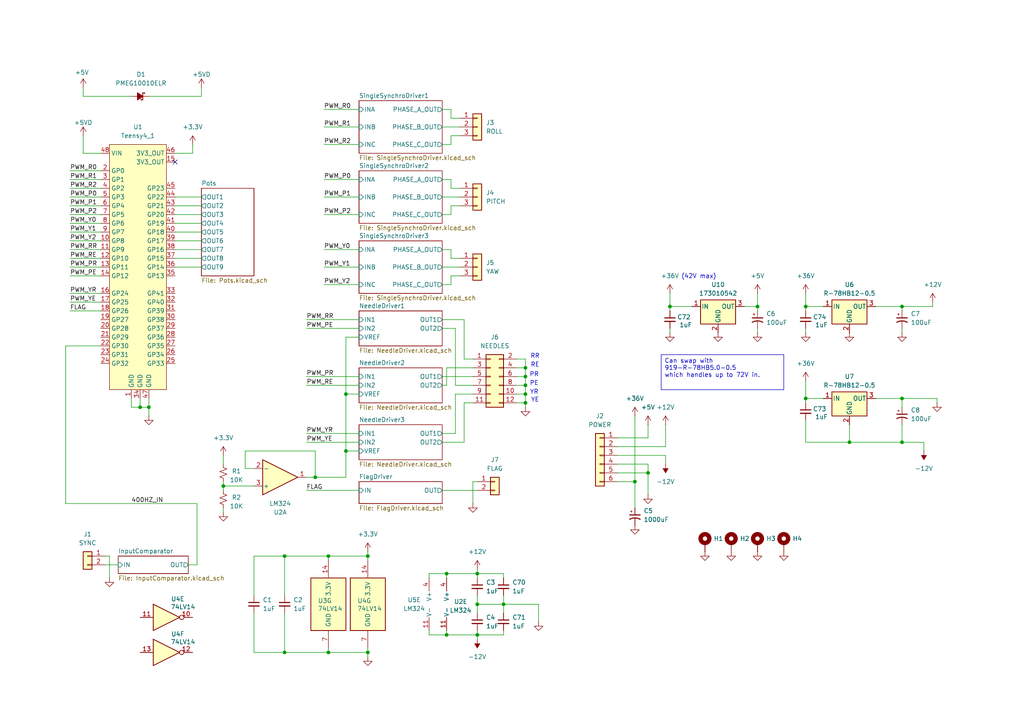
<source format=kicad_sch>
(kicad_sch (version 20250114) (generator "eeschema") (generator_version "9.0")
  (paper "A4")
  (lib_symbols
    (symbol "74xx:74LV14" (pin_names (offset 1.016))
      (property "Reference" "U" (at 0 1.27 0))
      (property "Value" "74LV14" (at 0 -1.27 0))
      (symbol "74LV14_1_0"
        (pin input line (at -7.62 0 0) (length 3.81) (name "~") (number "1"))
        (pin output inverted (at 7.62 0 180) (length 3.81) (name "~") (number "2"))
      )
      (symbol "74LV14_2_0"
        (pin input line (at -7.62 0 0) (length 3.81) (name "~") (number "3"))
        (pin output inverted (at 7.62 0 180) (length 3.81) (name "~") (number "4"))
      )
      (symbol "74LV14_3_0"
        (pin input line (at -7.62 0 0) (length 3.81) (name "~") (number "5"))
        (pin output inverted (at 7.62 0 180) (length 3.81) (name "~") (number "6"))
      )
      (symbol "74LV14_4_0"
        (pin input line (at -7.62 0 0) (length 3.81) (name "~") (number "9"))
        (pin output inverted (at 7.62 0 180) (length 3.81) (name "~") (number "8"))
      )
      (symbol "74LV14_5_0"
        (pin input line (at -7.62 0 0) (length 3.81) (name "~") (number "11"))
        (pin output inverted (at 7.62 0 180) (length 3.81) (name "~") (number "10"))
      )
      (symbol "74LV14_6_0"
        (pin input line (at -7.62 0 0) (length 3.81) (name "~") (number "13"))
        (pin output inverted (at 7.62 0 180) (length 3.81) (name "~") (number "12"))
      )
      (symbol "74LV14_7_0"
        (pin power_in line (at 0 12.7 270) (length 5.08) (name "3.3V") (number "14"))
        (pin power_in line (at 0 -12.7 90) (length 5.08) (name "GND") (number "7"))
      )
    )
    (symbol "Amplifier_Operational:LM324" (pin_names (offset 0.127))
      (property "Reference" "U" (at 0 5.08 0))
      (property "Value" "LM324" (at 0 -5.08 0))
      (symbol "LM324_1_1"
        (pin input line (at -7.62 2.54 0) (length 2.54) (name "+") (number "3"))
        (pin input line (at -7.62 -2.54 0) (length 2.54) (name "-") (number "2"))
        (pin output line (at 7.62 0 180) (length 2.54) (name "~") (number "1"))
      )
      (symbol "LM324_2_1"
        (pin input line (at -7.62 2.54 0) (length 2.54) (name "+") (number "5"))
        (pin input line (at -7.62 -2.54 0) (length 2.54) (name "-") (number "6"))
        (pin output line (at 7.62 0 180) (length 2.54) (name "~") (number "7"))
      )
      (symbol "LM324_3_1"
        (pin input line (at -7.62 2.54 0) (length 2.54) (name "+") (number "10"))
        (pin input line (at -7.62 -2.54 0) (length 2.54) (name "-") (number "9"))
        (pin output line (at 7.62 0 180) (length 2.54) (name "~") (number "8"))
      )
      (symbol "LM324_4_1"
        (pin input line (at -7.62 2.54 0) (length 2.54) (name "+") (number "12"))
        (pin input line (at -7.62 -2.54 0) (length 2.54) (name "-") (number "13"))
        (pin output line (at 7.62 0 180) (length 2.54) (name "~") (number "14"))
      )
      (symbol "LM324_5_1"
        (pin power_in line (at -2.54 7.62 270) (length 3.81) (name "V+") (number "4"))
        (pin power_in line (at -2.54 -7.62 90) (length 3.81) (name "V-") (number "11"))
      )
    )
    (symbol "Connector_Generic:Conn_01x02" (pin_names (offset 1.016) (hide yes))
      (property "Reference" "J" (at 0 2.54 0))
      (property "Value" "Conn_01x02" (at 0 -5.08 0))
      (symbol "Conn_01x02_1_1"
        (pin passive line (at -5.08 0 0) (length 3.81) (name "Pin_1") (number "1"))
        (pin passive line (at -5.08 -2.54 0) (length 3.81) (name "Pin_2") (number "2"))
      )
    )
    (symbol "Connector_Generic:Conn_01x03" (pin_names (offset 1.016) (hide yes))
      (property "Reference" "J" (at 0 5.08 0))
      (property "Value" "Conn_01x03" (at 0 -5.08 0))
      (symbol "Conn_01x03_1_1"
        (pin passive line (at -5.08 2.54 0) (length 3.81) (name "Pin_1") (number "1"))
        (pin passive line (at -5.08 0 0) (length 3.81) (name "Pin_2") (number "2"))
        (pin passive line (at -5.08 -2.54 0) (length 3.81) (name "Pin_3") (number "3"))
      )
    )
    (symbol "Connector_Generic:Conn_01x06" (pin_names (offset 1.016) (hide yes))
      (property "Reference" "J" (at 0 7.62 0))
      (property "Value" "Conn_01x06" (at 0 -10.16 0))
      (symbol "Conn_01x06_1_1"
        (pin passive line (at -5.08 5.08 0) (length 3.81) (name "Pin_1") (number "1"))
        (pin passive line (at -5.08 2.54 0) (length 3.81) (name "Pin_2") (number "2"))
        (pin passive line (at -5.08 0 0) (length 3.81) (name "Pin_3") (number "3"))
        (pin passive line (at -5.08 -2.54 0) (length 3.81) (name "Pin_4") (number "4"))
        (pin passive line (at -5.08 -5.08 0) (length 3.81) (name "Pin_5") (number "5"))
        (pin passive line (at -5.08 -7.62 0) (length 3.81) (name "Pin_6") (number "6"))
      )
    )
    (symbol "Connector_Generic:Conn_02x06_Odd_Even" (pin_names (offset 1.016) (hide yes))
      (property "Reference" "J" (at 1.27 7.62 0))
      (property "Value" "Conn_02x06_Odd_Even" (at 1.27 -10.16 0))
      (symbol "Conn_02x06_Odd_Even_1_1"
        (pin passive line (at -5.08 5.08 0) (length 3.81) (name "Pin_1") (number "1"))
        (pin passive line (at -5.08 2.54 0) (length 3.81) (name "Pin_3") (number "3"))
        (pin passive line (at -5.08 0 0) (length 3.81) (name "Pin_5") (number "5"))
        (pin passive line (at -5.08 -2.54 0) (length 3.81) (name "Pin_7") (number "7"))
        (pin passive line (at -5.08 -5.08 0) (length 3.81) (name "Pin_9") (number "9"))
        (pin passive line (at -5.08 -7.62 0) (length 3.81) (name "Pin_11") (number "11"))
        (pin passive line (at 7.62 5.08 180) (length 3.81) (name "Pin_2") (number "2"))
        (pin passive line (at 7.62 2.54 180) (length 3.81) (name "Pin_4") (number "4"))
        (pin passive line (at 7.62 0 180) (length 3.81) (name "Pin_6") (number "6"))
        (pin passive line (at 7.62 -2.54 180) (length 3.81) (name "Pin_8") (number "8"))
        (pin passive line (at 7.62 -5.08 180) (length 3.81) (name "Pin_10") (number "10"))
        (pin passive line (at 7.62 -7.62 180) (length 3.81) (name "Pin_12") (number "12"))
      )
    )
    (symbol "Device:C_Polarized_Small_US" (pin_numbers (hide yes)) (pin_names (offset 0.254) (hide yes))
      (property "Reference" "C" (at 0.254 1.778 0))
      (property "Value" "C_Polarized_Small_US" (at 0.254 -2.032 0))
      (symbol "C_Polarized_Small_US_1_1"
        (pin passive line (at 0 2.54 270) (length 2.032) (name "~") (number "1"))
        (pin passive line (at 0 -2.54 90) (length 2.032) (name "~") (number "2"))
      )
    )
    (symbol "Device:C_Small" (pin_numbers (hide yes)) (pin_names (offset 0.254) (hide yes))
      (property "Reference" "C" (at 0.254 1.778 0))
      (property "Value" "C_Small" (at 0.254 -2.032 0))
      (symbol "C_Small_1_1"
        (pin passive line (at 0 2.54 270) (length 2.032) (name "~") (number "1"))
        (pin passive line (at 0 -2.54 90) (length 2.032) (name "~") (number "2"))
      )
    )
    (symbol "Device:D_Schottky_Small_Filled" (pin_numbers (hide yes)) (pin_names (offset 0.254) (hide yes))
      (property "Reference" "D" (at -1.27 2.032 0))
      (property "Value" "D_Schottky_Small_Filled" (at -7.112 -2.032 0))
      (symbol "D_Schottky_Small_Filled_1_1"
        (pin passive line (at -2.54 0 0) (length 1.778) (name "K") (number "1"))
        (pin passive line (at 2.54 0 180) (length 1.778) (name "A") (number "2"))
      )
    )
    (symbol "Device:R_Small_US" (pin_numbers (hide yes)) (pin_names (offset 0.254) (hide yes))
      (property "Reference" "R" (at 0.762 0.508 0))
      (property "Value" "R_Small_US" (at 0.762 -1.016 0))
      (symbol "R_Small_US_1_1"
        (pin passive line (at 0 2.54 270) (length 1.016) (name "~") (number "1"))
        (pin passive line (at 0 -2.54 90) (length 1.016) (name "~") (number "2"))
      )
    )
    (symbol "Mechanical:MountingHole_Pad" (pin_numbers (hide yes)) (pin_names (offset 1.016) (hide yes)) (in_bom no)
      (property "Reference" "H" (at 0 6.35 0))
      (property "Value" "MountingHole_Pad" (at 0 4.445 0))
      (symbol "MountingHole_Pad_1_1"
        (pin input line (at 0 -2.54 90) (length 2.54) (name "1") (number "1"))
      )
    )
    (symbol "Regulator_Linear:L7805" (pin_names (offset 0.254))
      (property "Reference" "U" (at -3.81 3.175 0))
      (property "Value" "L7805" (at 0 3.175 0))
      (symbol "L7805_1_1"
        (pin power_in line (at -7.62 0 0) (length 2.54) (name "IN") (number "1"))
        (pin power_in line (at 0 -7.62 90) (length 2.54) (name "GND") (number "2"))
        (pin power_out line (at 7.62 0 180) (length 2.54) (name "OUT") (number "3"))
      )
    )
    (symbol "logic:Teensy4_1"
      (property "Reference" "U" (at 5.08 3.81 0))
      (property "Value" "Teensy4_1" (at 5.08 1.27 0))
      (symbol "Teensy4_1_1_1"
        (pin power_in line (at -2.54 -2.54 0) (length 2.54) (name "VIN") (number "48"))
        (pin bidirectional line (at -2.54 -7.62 0) (length 2.54) (name "GP0") (number "2"))
        (pin bidirectional line (at -2.54 -10.16 0) (length 2.54) (name "GP1") (number "3"))
        (pin bidirectional line (at -2.54 -12.7 0) (length 2.54) (name "GP2") (number "4"))
        (pin bidirectional line (at -2.54 -15.24 0) (length 2.54) (name "GP3") (number "5"))
        (pin bidirectional line (at -2.54 -17.78 0) (length 2.54) (name "GP4") (number "6"))
        (pin bidirectional line (at -2.54 -20.32 0) (length 2.54) (name "GP5") (number "7"))
        (pin bidirectional line (at -2.54 -22.86 0) (length 2.54) (name "GP6") (number "8"))
        (pin bidirectional line (at -2.54 -25.4 0) (length 2.54) (name "GP7") (number "9"))
        (pin bidirectional line (at -2.54 -27.94 0) (length 2.54) (name "GP8") (number "10"))
        (pin bidirectional line (at -2.54 -30.48 0) (length 2.54) (name "GP9") (number "11"))
        (pin bidirectional line (at -2.54 -33.02 0) (length 2.54) (name "GP10") (number "12"))
        (pin bidirectional line (at -2.54 -35.56 0) (length 2.54) (name "GP11") (number "13"))
        (pin bidirectional line (at -2.54 -38.1 0) (length 2.54) (name "GP12") (number "14"))
        (pin bidirectional line (at -2.54 -43.18 0) (length 2.54) (name "GP24") (number "16"))
        (pin bidirectional line (at -2.54 -45.72 0) (length 2.54) (name "GP25") (number "17"))
        (pin bidirectional line (at -2.54 -48.26 0) (length 2.54) (name "GP26") (number "18"))
        (pin bidirectional line (at -2.54 -50.8 0) (length 2.54) (name "GP27") (number "19"))
        (pin bidirectional line (at -2.54 -53.34 0) (length 2.54) (name "GP28") (number "20"))
        (pin bidirectional line (at -2.54 -55.88 0) (length 2.54) (name "GP29") (number "21"))
        (pin bidirectional line (at -2.54 -58.42 0) (length 2.54) (name "GP30") (number "22"))
        (pin bidirectional line (at -2.54 -60.96 0) (length 2.54) (name "GP31") (number "23"))
        (pin bidirectional line (at -2.54 -63.5 0) (length 2.54) (name "GP32") (number "24"))
        (pin power_in line (at 6.35 -73.66 90) (length 2.54) (name "GND") (number "1"))
        (pin power_in line (at 8.89 -73.66 90) (length 2.54) (name "GND") (number "34"))
        (pin power_in line (at 11.43 -73.66 90) (length 2.54) (name "GND") (number "47"))
        (pin power_out line (at 19.05 -2.54 180) (length 2.54) (name "3V3_OUT") (number "46"))
        (pin power_out line (at 19.05 -5.08 180) (length 2.54) (name "3V3_OUT") (number "15"))
        (pin bidirectional line (at 19.05 -12.7 180) (length 2.54) (name "GP23") (number "45"))
        (pin bidirectional line (at 19.05 -15.24 180) (length 2.54) (name "GP22") (number "44"))
        (pin bidirectional line (at 19.05 -17.78 180) (length 2.54) (name "GP21") (number "43"))
        (pin bidirectional line (at 19.05 -20.32 180) (length 2.54) (name "GP20") (number "42"))
        (pin bidirectional line (at 19.05 -22.86 180) (length 2.54) (name "GP19") (number "41"))
        (pin bidirectional line (at 19.05 -25.4 180) (length 2.54) (name "GP18") (number "40"))
        (pin bidirectional line (at 19.05 -27.94 180) (length 2.54) (name "GP17") (number "39"))
        (pin bidirectional line (at 19.05 -30.48 180) (length 2.54) (name "GP16") (number "38"))
        (pin bidirectional line (at 19.05 -33.02 180) (length 2.54) (name "GP15") (number "37"))
        (pin bidirectional line (at 19.05 -35.56 180) (length 2.54) (name "GP14") (number "36"))
        (pin bidirectional line (at 19.05 -38.1 180) (length 2.54) (name "GP13") (number "35"))
        (pin bidirectional line (at 19.05 -43.18 180) (length 2.54) (name "GP41") (number "33"))
        (pin bidirectional line (at 19.05 -45.72 180) (length 2.54) (name "GP40") (number "32"))
        (pin bidirectional line (at 19.05 -48.26 180) (length 2.54) (name "GP39") (number "31"))
        (pin bidirectional line (at 19.05 -50.8 180) (length 2.54) (name "GP38") (number "30"))
        (pin bidirectional line (at 19.05 -53.34 180) (length 2.54) (name "GP37") (number "29"))
        (pin bidirectional line (at 19.05 -55.88 180) (length 2.54) (name "GP36") (number "28"))
        (pin bidirectional line (at 19.05 -58.42 180) (length 2.54) (name "GP35") (number "27"))
        (pin bidirectional line (at 19.05 -60.96 180) (length 2.54) (name "GP34") (number "26"))
        (pin bidirectional line (at 19.05 -63.5 180) (length 2.54) (name "GP33") (number "25"))
      )
    )
    (symbol "power:+12V" (power) (pin_numbers (hide yes)) (pin_names (offset 0) (hide yes))
      (property "Value" "+12V" (at 0 3.556 0))
      (symbol "+12V_1_1"
        (pin power_in line (at 0 0 90) (length 0) (name "~") (number "1"))
      )
    )
    (symbol "power:+3.3V" (power) (pin_numbers (hide yes)) (pin_names (offset 0) (hide yes))
      (property "Value" "+3.3V" (at 0 3.556 0))
      (symbol "+3.3V_1_1"
        (pin power_in line (at 0 0 90) (length 0) (name "~") (number "1"))
      )
    )
    (symbol "power:+36V" (power) (pin_numbers (hide yes)) (pin_names (offset 0) (hide yes))
      (property "Value" "+36V" (at 0 3.556 0))
      (symbol "+36V_1_1"
        (pin power_in line (at 0 0 90) (length 0) (name "~") (number "1"))
      )
    )
    (symbol "power:+5V" (power) (pin_numbers (hide yes)) (pin_names (offset 0) (hide yes))
      (property "Value" "+5V" (at 0 3.556 0))
      (symbol "+5V_1_1"
        (pin power_in line (at 0 0 90) (length 0) (name "~") (number "1"))
      )
    )
    (symbol "power:+5VD" (power) (pin_names (offset 0))
      (property "Value" "+5VD" (at 0 3.556 0))
      (symbol "+5VD_1_1"
        (pin power_in line (at 0 0 90) (length 0) (hide yes) (name "+5VD") (number "1"))
      )
    )
    (symbol "power:-12V" (power) (pin_numbers (hide yes)) (pin_names (offset 0) (hide yes))
      (property "Value" "-12V" (at 0 3.556 0))
      (symbol "-12V_0_0"
        (pin power_in line (at 0 0 90) (length 0) (name "~") (number "1"))
      )
    )
    (symbol "power:GND" (power) (pin_numbers (hide yes)) (pin_names (offset 0) (hide yes))
      (property "Value" "GND" (at 0 -3.81 0))
      (symbol "GND_1_1"
        (pin power_in line (at 0 0 270) (length 0) (name "~") (number "1"))
      )
    )
  )
  (text "YR" (at 154.94 113.792 0) (effects (font (size 1.27 1.27))))
  (text "RR" (at 155.194 103.378 0) (effects (font (size 1.27 1.27))))
  (text "(42V max)" (at 202.692 80.264 0) (effects (font (size 1.27 1.27))))
  (text "YE" (at 155.194 116.078 0) (effects (font (size 1.27 1.27))))
  (text "PE" (at 154.94 111.252 0) (effects (font (size 1.27 1.27))))
  (text "RE" (at 155.194 105.918 0) (effects (font (size 1.27 1.27))))
  (text "PR" (at 154.94 108.712 0) (effects (font (size 1.27 1.27))))
  (text_box "Can swap with 919-R-78HB5.0-0.5\nwhich handles up to 72V in." (at 191.77 102.87 0) (size 35.56 10.16) (margins 0.9525 0.9525 0.9525 0.9525) (effects (font (size 1.27 1.27)) (justify left top)))
  (junction (at 194.31 88.9))
  (junction (at 82.55 161.29))
  (junction (at 129.54 166.37))
  (junction (at 152.4 114.3))
  (junction (at 138.43 166.37))
  (junction (at 106.68 161.29))
  (junction (at 152.4 111.76))
  (junction (at 91.44 138.43))
  (junction (at 152.4 109.22))
  (junction (at 219.71 88.9))
  (junction (at 100.33 130.81))
  (junction (at 95.25 189.23))
  (junction (at 152.4 106.68))
  (junction (at 146.05 175.26))
  (junction (at 40.64 118.11))
  (junction (at 246.38 128.27))
  (junction (at 261.62 128.27))
  (junction (at 82.55 189.23))
  (junction (at 233.68 88.9))
  (junction (at 233.68 115.57))
  (junction (at 184.15 139.7))
  (junction (at 138.43 184.15))
  (junction (at 261.62 115.57))
  (junction (at 261.62 88.9))
  (junction (at 187.96 137.16))
  (junction (at 129.54 184.15))
  (junction (at 95.25 161.29))
  (junction (at 138.43 175.26))
  (junction (at 43.18 118.11))
  (junction (at 152.4 116.84))
  (junction (at 106.68 189.23))
  (junction (at 100.33 114.3))
  (junction (at 64.77 140.97))
  (no_connect (at 50.8 46.99))
  (wire (pts (xy 100.33 114.3) (xy 100.33 130.81)))
  (wire (pts (xy 124.46 166.37) (xy 129.54 166.37)))
  (wire (pts (xy 50.8 69.85) (xy 58.42 69.85)))
  (wire (pts (xy 152.4 106.68) (xy 152.4 109.22)))
  (wire (pts (xy 132.08 125.73) (xy 132.08 114.3)))
  (wire (pts (xy 50.8 62.23) (xy 58.42 62.23)))
  (wire (pts (xy 106.68 187.96) (xy 106.68 189.23)))
  (wire (pts (xy 233.68 115.57) (xy 233.68 116.84)))
  (wire (pts (xy 24.13 44.45) (xy 29.21 44.45)))
  (wire (pts (xy 128.27 142.24) (xy 138.43 142.24)))
  (wire (pts (xy 38.1 27.94) (xy 24.13 27.94)))
  (wire (pts (xy 20.32 52.07) (xy 29.21 52.07)))
  (wire (pts (xy 71.12 135.89) (xy 71.12 130.81)))
  (wire (pts (xy 138.43 182.88) (xy 138.43 184.15)))
  (wire (pts (xy 93.98 82.55) (xy 104.14 82.55)))
  (wire (pts (xy 93.98 36.83) (xy 104.14 36.83)))
  (wire (pts (xy 233.68 128.27) (xy 233.68 121.92)))
  (wire (pts (xy 267.97 130.81) (xy 267.97 128.27)))
  (wire (pts (xy 20.32 67.31) (xy 29.21 67.31)))
  (wire (pts (xy 152.4 114.3) (xy 152.4 116.84)))
  (wire (pts (xy 19.05 100.33) (xy 29.21 100.33)))
  (wire (pts (xy 149.86 114.3) (xy 152.4 114.3)))
  (wire (pts (xy 30.48 163.83) (xy 34.29 163.83)))
  (wire (pts (xy 138.43 184.15) (xy 146.05 184.15)))
  (wire (pts (xy 43.18 115.57) (xy 43.18 118.11)))
  (wire (pts (xy 128.27 62.23) (xy 130.81 62.23)))
  (wire (pts (xy 179.07 137.16) (xy 187.96 137.16)))
  (wire (pts (xy 104.14 97.79) (xy 100.33 97.79)))
  (wire (pts (xy 73.66 189.23) (xy 82.55 189.23)))
  (wire (pts (xy 64.77 147.32) (xy 64.77 148.59)))
  (wire (pts (xy 24.13 39.37) (xy 24.13 44.45)))
  (wire (pts (xy 129.54 184.15) (xy 129.54 182.88)))
  (wire (pts (xy 187.96 137.16) (xy 187.96 143.51)))
  (wire (pts (xy 128.27 57.15) (xy 133.35 57.15)))
  (wire (pts (xy 50.8 77.47) (xy 58.42 77.47)))
  (wire (pts (xy 20.32 62.23) (xy 29.21 62.23)))
  (wire (pts (xy 106.68 160.02) (xy 106.68 161.29)))
  (wire (pts (xy 179.07 127) (xy 187.96 127)))
  (wire (pts (xy 57.15 163.83) (xy 57.15 146.05)))
  (wire (pts (xy 261.62 115.57) (xy 261.62 118.11)))
  (wire (pts (xy 95.25 189.23) (xy 106.68 189.23)))
  (wire (pts (xy 129.54 106.68) (xy 137.16 106.68)))
  (wire (pts (xy 179.07 132.08) (xy 193.04 132.08)))
  (wire (pts (xy 138.43 165.1) (xy 138.43 166.37)))
  (wire (pts (xy 134.62 128.27) (xy 134.62 116.84)))
  (wire (pts (xy 193.04 123.19) (xy 193.04 129.54)))
  (wire (pts (xy 124.46 182.88) (xy 124.46 184.15)))
  (wire (pts (xy 73.66 135.89) (xy 71.12 135.89)))
  (wire (pts (xy 219.71 85.09) (xy 219.71 88.9)))
  (wire (pts (xy 130.81 74.93) (xy 130.81 72.39)))
  (wire (pts (xy 128.27 72.39) (xy 130.81 72.39)))
  (wire (pts (xy 24.13 27.94) (xy 24.13 25.4)))
  (wire (pts (xy 50.8 72.39) (xy 58.42 72.39)))
  (wire (pts (xy 152.4 111.76) (xy 152.4 114.3)))
  (wire (pts (xy 20.32 74.93) (xy 29.21 74.93)))
  (wire (pts (xy 95.25 162.56) (xy 95.25 161.29)))
  (wire (pts (xy 152.4 104.14) (xy 152.4 106.68)))
  (wire (pts (xy 88.9 111.76) (xy 104.14 111.76)))
  (wire (pts (xy 95.25 187.96) (xy 95.25 189.23)))
  (wire (pts (xy 238.76 88.9) (xy 233.68 88.9)))
  (wire (pts (xy 132.08 114.3) (xy 137.16 114.3)))
  (wire (pts (xy 128.27 95.25) (xy 132.08 95.25)))
  (wire (pts (xy 128.27 111.76) (xy 129.54 111.76)))
  (wire (pts (xy 50.8 57.15) (xy 58.42 57.15)))
  (wire (pts (xy 88.9 125.73) (xy 104.14 125.73)))
  (wire (pts (xy 130.81 59.69) (xy 133.35 59.69)))
  (wire (pts (xy 19.05 146.05) (xy 19.05 100.33)))
  (wire (pts (xy 128.27 52.07) (xy 130.81 52.07)))
  (wire (pts (xy 152.4 116.84) (xy 152.4 118.11)))
  (wire (pts (xy 91.44 138.43) (xy 100.33 138.43)))
  (wire (pts (xy 130.81 54.61) (xy 130.81 52.07)))
  (wire (pts (xy 138.43 172.72) (xy 138.43 175.26)))
  (wire (pts (xy 146.05 172.72) (xy 146.05 175.26)))
  (wire (pts (xy 20.32 90.17) (xy 29.21 90.17)))
  (wire (pts (xy 100.33 97.79) (xy 100.33 114.3)))
  (wire (pts (xy 254 115.57) (xy 261.62 115.57)))
  (wire (pts (xy 93.98 77.47) (xy 104.14 77.47)))
  (wire (pts (xy 219.71 96.52) (xy 219.71 95.25)))
  (wire (pts (xy 43.18 27.94) (xy 58.42 27.94)))
  (wire (pts (xy 152.4 109.22) (xy 152.4 111.76)))
  (wire (pts (xy 128.27 109.22) (xy 137.16 109.22)))
  (wire (pts (xy 91.44 130.81) (xy 91.44 138.43)))
  (wire (pts (xy 187.96 134.62) (xy 187.96 137.16)))
  (wire (pts (xy 129.54 166.37) (xy 129.54 167.64)))
  (wire (pts (xy 271.78 115.57) (xy 261.62 115.57)))
  (wire (pts (xy 261.62 88.9) (xy 261.62 90.17)))
  (wire (pts (xy 194.31 90.17) (xy 194.31 88.9)))
  (wire (pts (xy 88.9 92.71) (xy 104.14 92.71)))
  (wire (pts (xy 233.68 88.9) (xy 233.68 90.17)))
  (wire (pts (xy 38.1 118.11) (xy 40.64 118.11)))
  (wire (pts (xy 100.33 130.81) (xy 100.33 138.43)))
  (wire (pts (xy 50.8 74.93) (xy 58.42 74.93)))
  (wire (pts (xy 64.77 139.7) (xy 64.77 140.97)))
  (wire (pts (xy 58.42 25.4) (xy 58.42 27.94)))
  (wire (pts (xy 215.9 88.9) (xy 219.71 88.9)))
  (wire (pts (xy 50.8 67.31) (xy 58.42 67.31)))
  (wire (pts (xy 20.32 59.69) (xy 29.21 59.69)))
  (wire (pts (xy 261.62 88.9) (xy 270.51 88.9)))
  (wire (pts (xy 246.38 128.27) (xy 233.68 128.27)))
  (wire (pts (xy 55.88 41.91) (xy 55.88 44.45)))
  (wire (pts (xy 179.07 134.62) (xy 187.96 134.62)))
  (wire (pts (xy 146.05 175.26) (xy 156.21 175.26)))
  (wire (pts (xy 138.43 166.37) (xy 146.05 166.37)))
  (wire (pts (xy 261.62 95.25) (xy 261.62 96.52)))
  (wire (pts (xy 124.46 167.64) (xy 124.46 166.37)))
  (wire (pts (xy 133.35 34.29) (xy 130.81 34.29)))
  (wire (pts (xy 184.15 139.7) (xy 179.07 139.7)))
  (wire (pts (xy 194.31 88.9) (xy 200.66 88.9)))
  (wire (pts (xy 100.33 130.81) (xy 104.14 130.81)))
  (wire (pts (xy 50.8 64.77) (xy 58.42 64.77)))
  (wire (pts (xy 93.98 72.39) (xy 104.14 72.39)))
  (wire (pts (xy 50.8 59.69) (xy 58.42 59.69)))
  (wire (pts (xy 219.71 90.17) (xy 219.71 88.9)))
  (wire (pts (xy 88.9 109.22) (xy 104.14 109.22)))
  (wire (pts (xy 146.05 175.26) (xy 146.05 177.8)))
  (wire (pts (xy 64.77 140.97) (xy 73.66 140.97)))
  (wire (pts (xy 20.32 87.63) (xy 29.21 87.63)))
  (wire (pts (xy 30.48 161.29) (xy 31.75 161.29)))
  (wire (pts (xy 82.55 161.29) (xy 95.25 161.29)))
  (wire (pts (xy 88.9 142.24) (xy 104.14 142.24)))
  (wire (pts (xy 246.38 123.19) (xy 246.38 128.27)))
  (wire (pts (xy 128.27 128.27) (xy 134.62 128.27)))
  (wire (pts (xy 134.62 116.84) (xy 137.16 116.84)))
  (wire (pts (xy 73.66 177.8) (xy 73.66 189.23)))
  (wire (pts (xy 71.12 130.81) (xy 91.44 130.81)))
  (wire (pts (xy 20.32 54.61) (xy 29.21 54.61)))
  (wire (pts (xy 54.61 163.83) (xy 57.15 163.83)))
  (wire (pts (xy 133.35 74.93) (xy 130.81 74.93)))
  (wire (pts (xy 128.27 41.91) (xy 130.81 41.91)))
  (wire (pts (xy 43.18 118.11) (xy 43.18 120.65)))
  (wire (pts (xy 55.88 44.45) (xy 50.8 44.45)))
  (wire (pts (xy 91.44 138.43) (xy 88.9 138.43)))
  (wire (pts (xy 128.27 31.75) (xy 130.81 31.75)))
  (wire (pts (xy 82.55 177.8) (xy 82.55 189.23)))
  (wire (pts (xy 193.04 132.08) (xy 193.04 134.62)))
  (wire (pts (xy 73.66 161.29) (xy 82.55 161.29)))
  (wire (pts (xy 184.15 139.7) (xy 184.15 147.32)))
  (wire (pts (xy 20.32 77.47) (xy 29.21 77.47)))
  (wire (pts (xy 130.81 34.29) (xy 130.81 31.75)))
  (wire (pts (xy 93.98 31.75) (xy 104.14 31.75)))
  (wire (pts (xy 20.32 69.85) (xy 29.21 69.85)))
  (wire (pts (xy 270.51 88.9) (xy 270.51 87.63)))
  (wire (pts (xy 134.62 92.71) (xy 134.62 104.14)))
  (wire (pts (xy 93.98 62.23) (xy 104.14 62.23)))
  (wire (pts (xy 138.43 139.7) (xy 137.16 139.7)))
  (wire (pts (xy 124.46 184.15) (xy 129.54 184.15)))
  (wire (pts (xy 132.08 95.25) (xy 132.08 111.76)))
  (wire (pts (xy 73.66 172.72) (xy 73.66 161.29)))
  (wire (pts (xy 149.86 104.14) (xy 152.4 104.14)))
  (wire (pts (xy 187.96 123.19) (xy 187.96 127)))
  (wire (pts (xy 152.4 116.84) (xy 149.86 116.84)))
  (wire (pts (xy 93.98 41.91) (xy 104.14 41.91)))
  (wire (pts (xy 88.9 128.27) (xy 104.14 128.27)))
  (wire (pts (xy 128.27 92.71) (xy 134.62 92.71)))
  (wire (pts (xy 106.68 189.23) (xy 106.68 190.5)))
  (wire (pts (xy 138.43 184.15) (xy 129.54 184.15)))
  (wire (pts (xy 184.15 120.65) (xy 184.15 139.7)))
  (wire (pts (xy 138.43 166.37) (xy 138.43 167.64)))
  (wire (pts (xy 194.31 95.25) (xy 194.31 96.52)))
  (wire (pts (xy 137.16 139.7) (xy 137.16 146.05)))
  (wire (pts (xy 130.81 39.37) (xy 133.35 39.37)))
  (wire (pts (xy 149.86 109.22) (xy 152.4 109.22)))
  (wire (pts (xy 130.81 80.01) (xy 133.35 80.01)))
  (wire (pts (xy 128.27 77.47) (xy 133.35 77.47)))
  (wire (pts (xy 271.78 116.84) (xy 271.78 115.57)))
  (wire (pts (xy 146.05 184.15) (xy 146.05 182.88)))
  (wire (pts (xy 20.32 72.39) (xy 29.21 72.39)))
  (wire (pts (xy 95.25 161.29) (xy 106.68 161.29)))
  (wire (pts (xy 233.68 85.09) (xy 233.68 88.9)))
  (wire (pts (xy 134.62 104.14) (xy 137.16 104.14)))
  (wire (pts (xy 133.35 54.61) (xy 130.81 54.61)))
  (wire (pts (xy 149.86 111.76) (xy 152.4 111.76)))
  (wire (pts (xy 40.64 115.57) (xy 40.64 118.11)))
  (wire (pts (xy 138.43 166.37) (xy 129.54 166.37)))
  (wire (pts (xy 194.31 85.09) (xy 194.31 88.9)))
  (wire (pts (xy 233.68 110.49) (xy 233.68 115.57)))
  (wire (pts (xy 128.27 125.73) (xy 132.08 125.73)))
  (wire (pts (xy 130.81 62.23) (xy 130.81 59.69)))
  (wire (pts (xy 261.62 123.19) (xy 261.62 128.27)))
  (wire (pts (xy 137.16 111.76) (xy 132.08 111.76)))
  (wire (pts (xy 93.98 52.07) (xy 104.14 52.07)))
  (wire (pts (xy 146.05 167.64) (xy 146.05 166.37)))
  (wire (pts (xy 233.68 95.25) (xy 233.68 96.52)))
  (wire (pts (xy 64.77 132.08) (xy 64.77 134.62)))
  (wire (pts (xy 156.21 175.26) (xy 156.21 180.34)))
  (wire (pts (xy 254 88.9) (xy 261.62 88.9)))
  (wire (pts (xy 130.81 82.55) (xy 130.81 80.01)))
  (wire (pts (xy 88.9 95.25) (xy 104.14 95.25)))
  (wire (pts (xy 130.81 41.91) (xy 130.81 39.37)))
  (wire (pts (xy 20.32 57.15) (xy 29.21 57.15)))
  (wire (pts (xy 40.64 118.11) (xy 43.18 118.11)))
  (wire (pts (xy 93.98 57.15) (xy 104.14 57.15)))
  (wire (pts (xy 233.68 115.57) (xy 238.76 115.57)))
  (wire (pts (xy 31.75 161.29) (xy 31.75 167.64)))
  (wire (pts (xy 129.54 111.76) (xy 129.54 106.68)))
  (wire (pts (xy 82.55 161.29) (xy 82.55 172.72)))
  (wire (pts (xy 106.68 161.29) (xy 106.68 162.56)))
  (wire (pts (xy 138.43 175.26) (xy 138.43 177.8)))
  (wire (pts (xy 20.32 80.01) (xy 29.21 80.01)))
  (wire (pts (xy 128.27 36.83) (xy 133.35 36.83)))
  (wire (pts (xy 149.86 106.68) (xy 152.4 106.68)))
  (wire (pts (xy 100.33 114.3) (xy 104.14 114.3)))
  (wire (pts (xy 82.55 189.23) (xy 95.25 189.23)))
  (wire (pts (xy 20.32 49.53) (xy 29.21 49.53)))
  (wire (pts (xy 138.43 185.42) (xy 138.43 184.15)))
  (wire (pts (xy 267.97 128.27) (xy 261.62 128.27)))
  (wire (pts (xy 20.32 85.09) (xy 29.21 85.09)))
  (wire (pts (xy 193.04 129.54) (xy 179.07 129.54)))
  (wire (pts (xy 20.32 64.77) (xy 29.21 64.77)))
  (wire (pts (xy 246.38 128.27) (xy 261.62 128.27)))
  (wire (pts (xy 138.43 175.26) (xy 146.05 175.26)))
  (wire (pts (xy 57.15 146.05) (xy 19.05 146.05)))
  (wire (pts (xy 64.77 142.24) (xy 64.77 140.97)))
  (wire (pts (xy 38.1 115.57) (xy 38.1 118.11)))
  (wire (pts (xy 128.27 82.55) (xy 130.81 82.55)))
  (label "PWM_YE" (at 20.32 87.63 0))
  (label "FLAG" (at 88.9 142.24 0))
  (label "PWM_R1" (at 20.32 52.07 0))
  (label "PWM_PE" (at 88.9 95.25 0))
  (label "FLAG" (at 20.32 90.17 0))
  (label "PWM_Y0" (at 20.32 64.77 0))
  (label "PWM_YR" (at 20.32 85.09 0))
  (label "PWM_Y1" (at 20.32 67.31 0))
  (label "PWM_R0" (at 93.98 31.75 0))
  (label "PWM_RR" (at 88.9 92.71 0))
  (label "PWM_R0" (at 20.32 49.53 0))
  (label "PWM_PE" (at 20.32 80.01 0))
  (label "PWM_P2" (at 20.32 62.23 0))
  (label "PWM_RE" (at 88.9 111.76 0))
  (label "PWM_Y0" (at 93.98 72.39 0))
  (label "PWM_P0" (at 93.98 52.07 0))
  (label "PWM_P1" (at 93.98 57.15 0))
  (label "PWM_YR" (at 88.9 125.73 0))
  (label "PWM_PR" (at 20.32 77.47 0))
  (label "PWM_R2" (at 93.98 41.91 0))
  (label "PWM_P0" (at 20.32 57.15 0))
  (label "PWM_RE" (at 20.32 74.93 0))
  (label "PWM_RR" (at 20.32 72.39 0))
  (label "PWM_R2" (at 20.32 54.61 0))
  (label "PWM_P2" (at 93.98 62.23 0))
  (label "PWM_Y2" (at 93.98 82.55 0))
  (label "PWM_YE" (at 88.9 128.27 0))
  (label "PWM_Y1" (at 93.98 77.47 0))
  (label "400HZ_IN" (at 38.1 146.05 0))
  (label "PWM_P1" (at 20.32 59.69 0))
  (label "PWM_R1" (at 93.98 36.83 0))
  (label "PWM_PR" (at 88.9 109.22 0))
  (label "PWM_Y2" (at 20.32 69.85 0))
  (symbol (lib_id "Device:C_Polarized_Small_US") (at 219.71 92.71 0) (unit 1)
    (property "Reference" "C6" (at 222.25 91.0081 0) (effects (justify left)))
    (property "Value" "100uF" (at 222.25 93.5481 0) (effects (justify left)))
    (property "Footprint" "Passive:CAPAE350P800X700" (effects (hide yes)))
    (property "Description" "Polarized capacitor, small US symbol" (effects (hide yes)))
  )
  (symbol (lib_id "Regulator_Linear:L7805") (at 246.38 115.57 0) (unit 1)
    (property "Reference" "U7" (at 246.38 109.22 0))
    (property "Value" "R-78HB12-0.5" (at 246.38 111.76 0))
    (property "Footprint" "Active:DCDC_3PIN_GENERIC" (effects (hide yes)))
    (property "Datasheet" "https://www.we-online.com/components/products/datasheet/173010542.pdf" (effects (hide yes)))
    (property "Description" "5V 1A switching regulator 42V max VIN" (effects (hide yes)))
    (property "Mouser" "919-R-78HB12-0.5" (effects (hide yes)))
  )
  (symbol (lib_id "power:GND") (at 246.38 96.52 0) (unit 1)
    (property "Reference" "#PWR093" (effects (hide yes)))
    (property "Value" "GND" (effects (hide yes)))
    (property "Description" "Power symbol creates a global label with name \"GND\" , ground" (effects (hide yes)))
  )
  (symbol (lib_id "Device:R_Small_US") (at 64.77 144.78 180) (unit 1)
    (property "Reference" "R2" (at 68.58 144.272 0))
    (property "Value" "10K" (at 68.58 146.812 0))
    (property "Footprint" "Passive:RESC1608X55" (effects (hide yes)))
    (property "Description" "Resistor, small US symbol" (effects (hide yes)))
  )
  (symbol (lib_id "power:GND") (at 31.75 167.64 0) (unit 1)
    (property "Reference" "#PWR03" (effects (hide yes)))
    (property "Value" "GND" (effects (hide yes)))
    (property "Description" "Power symbol creates a global label with name \"GND\" , ground" (effects (hide yes)))
  )
  (symbol (lib_id "Device:R_Small_US") (at 64.77 137.16 180) (unit 1)
    (property "Reference" "R1" (at 68.58 136.652 0))
    (property "Value" "10K" (at 68.58 139.192 0))
    (property "Footprint" "Passive:RESC1608X55" (effects (hide yes)))
    (property "Description" "Resistor, small US symbol" (effects (hide yes)))
  )
  (symbol (lib_id "Amplifier_Operational:LM324") (at 121.92 175.26 0) (mirror y) (unit 5)
    (property "Reference" "U5" (at 120.142 173.99 0))
    (property "Value" "LM324" (at 120.142 176.53 0))
    (property "Footprint" "Active:SOP127P620X175-14" (effects (hide yes)))
    (property "Datasheet" "http://www.ti.com/lit/ds/symlink/lm2902-n.pdf" (effects (hide yes)))
    (property "Description" "Low-Power, Quad-Operational Amplifiers, DIP-14/SOIC-14/SSOP-14" (effects (hide yes)))
  )
  (symbol (lib_id "Connector_Generic:Conn_01x02") (at 143.51 139.7 0) (unit 1)
    (property "Reference" "J7" (at 143.51 133.35 0))
    (property "Value" "FLAG" (at 143.51 135.89 0))
    (property "Footprint" "Connector_PinHeader_2.54mm:PinHeader_1x02_P2.54mm_Vertical" (effects (hide yes)))
    (property "Description" "Generic connector, single row, 01x02, script generated (kicad-library-utils/schlib/autogen/connector/)" (effects (hide yes)))
  )
  (symbol (lib_id "power:+5V") (at 187.96 123.19 0) (unit 1)
    (property "Reference" "#PWR016" (effects (hide yes)))
    (property "Value" "+5V" (at 187.96 118.11 0))
    (property "Description" "Power symbol creates a global label with name \"+5V\"" (effects (hide yes)))
  )
  (symbol (lib_id "power:+36V") (at 194.31 85.09 0) (unit 1)
    (property "Reference" "#PWR088" (effects (hide yes)))
    (property "Value" "+36V" (at 194.31 80.01 0))
    (property "Description" "Power symbol creates a global label with name \"+36V\"" (effects (hide yes)))
  )
  (symbol (lib_id "Device:C_Polarized_Small_US") (at 184.15 149.86 0) (unit 1)
    (property "Reference" "C5" (at 186.69 148.1581 0) (effects (justify left)))
    (property "Value" "1000uF" (at 186.69 150.6981 0) (effects (justify left)))
    (property "Footprint" "Passive:CAPAE500P1000X1500" (effects (hide yes)))
    (property "Description" "Polarized capacitor, small US symbol" (effects (hide yes)))
  )
  (symbol (lib_id "power:GND") (at 64.77 148.59 0) (unit 1)
    (property "Reference" "#PWR08" (effects (hide yes)))
    (property "Value" "GND" (effects (hide yes)))
    (property "Description" "Power symbol creates a global label with name \"GND\" , ground" (effects (hide yes)))
  )
  (symbol (lib_id "power:+3.3V") (at 64.77 132.08 0) (unit 1)
    (property "Reference" "#PWR07" (effects (hide yes)))
    (property "Value" "+3.3V" (at 64.77 127 0))
    (property "Description" "Power symbol creates a global label with name \"+3.3V\"" (effects (hide yes)))
  )
  (symbol (lib_id "Amplifier_Operational:LM324") (at 81.28 138.43 0) (mirror x) (unit 1)
    (property "Reference" "U2" (at 81.28 148.59 0))
    (property "Value" "LM324" (at 81.28 146.05 0))
    (property "Footprint" "Active:SOP127P620X175-14" (effects (hide yes)))
    (property "Datasheet" "http://www.ti.com/lit/ds/symlink/lm2902-n.pdf" (effects (hide yes)))
    (property "Description" "Low-Power, Quad-Operational Amplifiers, DIP-14/SOIC-14/SSOP-14" (effects (hide yes)))
  )
  (symbol (lib_id "Device:C_Small") (at 233.68 92.71 0) (unit 1)
    (property "Reference" "C74" (at 237.744 91.948 0))
    (property "Value" "1uF" (at 238.252 94.234 0))
    (property "Footprint" "Capacitor_SMD:C_1206_3216Metric" (effects (hide yes)))
    (property "Description" "Unpolarized capacitor, small symbol" (effects (hide yes)))
    (property "MPN" "CL31A106KBHNNNE" (effects (hide yes)))
  )
  (symbol (lib_id "power:+5VD") (at 58.42 25.4 0) (unit 1)
    (property "Reference" "#PWR06" (effects (hide yes)))
    (property "Value" "+5VD" (at 58.42 21.59 0))
  )
  (symbol (lib_id "power:GND") (at 212.09 160.02 0) (unit 1)
    (property "Reference" "#PWR0120" (effects (hide yes)))
    (property "Value" "GND" (effects (hide yes)))
    (property "Description" "Power symbol creates a global label with name \"GND\" , ground" (effects (hide yes)))
  )
  (symbol (lib_id "power:+5VD") (at 24.13 39.37 0) (unit 1)
    (property "Reference" "#PWR02" (effects (hide yes)))
    (property "Value" "+5VD" (at 24.13 35.56 0))
  )
  (symbol (lib_id "Device:C_Small") (at 146.05 180.34 0) (unit 1)
    (property "Reference" "C71" (at 148.59 179.0762 0) (effects (justify left)))
    (property "Value" "1uF" (at 148.59 181.6162 0) (effects (justify left)))
    (property "Footprint" "Passive:CAPC2012X55" (effects (hide yes)))
    (property "Description" "Unpolarized capacitor, small symbol" (effects (hide yes)))
  )
  (symbol (lib_id "74xx:74LV14") (at 106.68 175.26 0) (unit 7)
    (property "Reference" "U4" (at 105.664 174.244 0))
    (property "Value" "74LV14" (at 107.188 176.53 0))
    (property "Footprint" "Active:SOP127P620X175-14" (effects (hide yes)))
    (property "Datasheet" "http://www.ti.com/lit/gpn/sn74LV14" (effects (hide yes)))
    (property "Description" "Hex Inverter" (effects (hide yes)))
  )
  (symbol (lib_id "power:GND") (at 219.71 160.02 0) (unit 1)
    (property "Reference" "#PWR0121" (effects (hide yes)))
    (property "Value" "GND" (effects (hide yes)))
    (property "Description" "Power symbol creates a global label with name \"GND\" , ground" (effects (hide yes)))
  )
  (symbol (lib_id "power:-12V") (at 138.43 185.42 180) (unit 1)
    (property "Reference" "#PWR012" (effects (hide yes)))
    (property "Value" "-12V" (at 138.43 190.5 0))
    (property "Description" "Power symbol creates a global label with name \"-12V\"" (effects (hide yes)))
  )
  (symbol (lib_id "power:+36V") (at 184.15 120.65 0) (unit 1)
    (property "Reference" "#PWR014" (effects (hide yes)))
    (property "Value" "+36V" (at 184.15 115.57 0))
    (property "Description" "Power symbol creates a global label with name \"+36V\"" (effects (hide yes)))
  )
  (symbol (lib_id "Device:C_Polarized_Small_US") (at 261.62 92.71 0) (unit 1)
    (property "Reference" "C7" (at 264.16 91.0081 0) (effects (justify left)))
    (property "Value" "100uF" (at 264.16 93.5481 0) (effects (justify left)))
    (property "Footprint" "Passive:CAPAE350P800X700" (effects (hide yes)))
    (property "Description" "Polarized capacitor, small US symbol" (effects (hide yes)))
  )
  (symbol (lib_id "Device:C_Small") (at 233.68 119.38 0) (unit 1)
    (property "Reference" "C73" (at 237.744 118.618 0))
    (property "Value" "1uF" (at 238.252 120.904 0))
    (property "Footprint" "Capacitor_SMD:C_1206_3216Metric" (effects (hide yes)))
    (property "Description" "Unpolarized capacitor, small symbol" (effects (hide yes)))
    (property "MPN" "CL31A106KBHNNNE" (effects (hide yes)))
  )
  (symbol (lib_id "power:GND") (at 152.4 118.11 0) (unit 1)
    (property "Reference" "#PWR087" (effects (hide yes)))
    (property "Value" "GND" (effects (hide yes)))
    (property "Description" "Power symbol creates a global label with name \"GND\" , ground" (effects (hide yes)))
  )
  (symbol (lib_id "Device:C_Small") (at 73.66 175.26 0) (unit 1)
    (property "Reference" "C1" (at 76.2 173.9962 0) (effects (justify left)))
    (property "Value" "1uF" (at 76.2 176.5362 0) (effects (justify left)))
    (property "Footprint" "Passive:CAPC2012X55" (effects (hide yes)))
    (property "Description" "Unpolarized capacitor, small symbol" (effects (hide yes)))
  )
  (symbol (lib_id "power:+12V") (at 138.43 165.1 0) (unit 1)
    (property "Reference" "#PWR011" (effects (hide yes)))
    (property "Value" "+12V" (at 138.43 160.02 0))
    (property "Description" "Power symbol creates a global label with name \"+12V\"" (effects (hide yes)))
  )
  (symbol (lib_id "Mechanical:MountingHole_Pad") (at 204.47 157.48 0) (unit 1) (in_bom no)
    (property "Reference" "H1" (at 207.01 156.2099 0) (effects (justify left)))
    (property "Value" "MountingHole_Pad" (effects (hide yes)))
    (property "Footprint" "MountingHole:MountingHole_3.2mm_M3_DIN965_Pad" (effects (hide yes)))
    (property "Description" "Mounting Hole with connection" (effects (hide yes)))
  )
  (symbol (lib_id "Amplifier_Operational:LM324") (at 127 175.26 0) (mirror y) (unit 5)
    (property "Reference" "U2" (at 133.604 174.498 0))
    (property "Value" "LM324" (at 133.604 177.038 0))
    (property "Footprint" "Active:SOP127P620X175-14" (effects (hide yes)))
    (property "Datasheet" "http://www.ti.com/lit/ds/symlink/lm2902-n.pdf" (effects (hide yes)))
    (property "Description" "Low-Power, Quad-Operational Amplifiers, DIP-14/SOIC-14/SSOP-14" (effects (hide yes)))
  )
  (symbol (lib_id "power:+5V") (at 219.71 85.09 0) (unit 1)
    (property "Reference" "#PWR089" (effects (hide yes)))
    (property "Value" "+5V" (at 219.71 80.01 0))
    (property "Description" "Power symbol creates a global label with name \"+5V\"" (effects (hide yes)))
  )
  (symbol (lib_id "Mechanical:MountingHole_Pad") (at 212.09 157.48 0) (unit 1) (in_bom no)
    (property "Reference" "H2" (at 214.63 156.2099 0) (effects (justify left)))
    (property "Value" "MountingHole_Pad" (effects (hide yes)))
    (property "Footprint" "MountingHole:MountingHole_3.2mm_M3_DIN965_Pad" (effects (hide yes)))
    (property "Description" "Mounting Hole with connection" (effects (hide yes)))
  )
  (symbol (lib_id "power:+12V") (at 270.51 87.63 0) (unit 1)
    (property "Reference" "#PWR028" (effects (hide yes)))
    (property "Value" "+12V" (at 270.51 82.55 0))
    (property "Description" "Power symbol creates a global label with name \"+12V\"" (effects (hide yes)))
  )
  (symbol (lib_id "Connector_Generic:Conn_01x03") (at 138.43 77.47 0) (unit 1)
    (property "Reference" "J5" (at 140.97 76.1999 0) (effects (justify left)))
    (property "Value" "YAW" (at 140.97 78.7399 0) (effects (justify left)))
    (property "Footprint" "Connector_PinHeader_2.54mm:PinHeader_1x03_P2.54mm_Vertical" (effects (hide yes)))
    (property "Description" "Generic connector, single row, 01x03, script generated (kicad-library-utils/schlib/autogen/connector/)" (effects (hide yes)))
  )
  (symbol (lib_id "power:GND") (at 261.62 96.52 0) (unit 1)
    (property "Reference" "#PWR026" (effects (hide yes)))
    (property "Value" "GND" (effects (hide yes)))
    (property "Description" "Power symbol creates a global label with name \"GND\" , ground" (effects (hide yes)))
  )
  (symbol (lib_id "power:GND") (at 106.68 190.5 0) (unit 1)
    (property "Reference" "#PWR010" (effects (hide yes)))
    (property "Value" "GND" (effects (hide yes)))
    (property "Description" "Power symbol creates a global label with name \"GND\" , ground" (effects (hide yes)))
  )
  (symbol (lib_id "power:+36V") (at 233.68 85.09 0) (unit 1)
    (property "Reference" "#PWR092" (effects (hide yes)))
    (property "Value" "+36V" (at 233.68 80.01 0))
    (property "Description" "Power symbol creates a global label with name \"+36V\"" (effects (hide yes)))
  )
  (symbol (lib_id "power:GND") (at 137.16 146.05 0) (unit 1)
    (property "Reference" "#PWR097" (effects (hide yes)))
    (property "Value" "GND" (effects (hide yes)))
    (property "Description" "Power symbol creates a global label with name \"GND\" , ground" (effects (hide yes)))
  )
  (symbol (lib_id "Device:C_Small") (at 138.43 180.34 0) (unit 1)
    (property "Reference" "C4" (at 140.97 179.0762 0) (effects (justify left)))
    (property "Value" "1uF" (at 140.97 181.6162 0) (effects (justify left)))
    (property "Footprint" "Passive:CAPC2012X55" (effects (hide yes)))
    (property "Description" "Unpolarized capacitor, small symbol" (effects (hide yes)))
  )
  (symbol (lib_id "Connector_Generic:Conn_02x06_Odd_Even") (at 142.24 109.22 0) (unit 1)
    (property "Reference" "J6" (at 143.51 97.79 0))
    (property "Value" "NEEDLES" (at 143.51 100.33 0))
    (property "Footprint" "Connector_PinHeader_2.54mm:PinHeader_2x06_P2.54mm_Vertical" (effects (hide yes)))
    (property "Description" "Generic connector, double row, 02x06, odd/even pin numbering scheme (row 1 odd numbers, row 2 even numbers), script generated (kicad-library-utils/schlib/autogen/connector/)" (effects (hide yes)))
  )
  (symbol (lib_id "Connector_Generic:Conn_01x02") (at 25.4 161.29 0) (mirror y) (unit 1)
    (property "Reference" "J1" (at 25.4 154.94 0))
    (property "Value" "SYNC" (at 25.4 157.48 0))
    (property "Footprint" "Connector_PinHeader_2.54mm:PinHeader_1x02_P2.54mm_Vertical" (effects (hide yes)))
    (property "Description" "Generic connector, single row, 01x02, script generated (kicad-library-utils/schlib/autogen/connector/)" (effects (hide yes)))
  )
  (symbol (lib_id "power:GND") (at 156.21 180.34 0) (unit 1)
    (property "Reference" "#PWR013" (effects (hide yes)))
    (property "Value" "GND" (effects (hide yes)))
    (property "Description" "Power symbol creates a global label with name \"GND\" , ground" (effects (hide yes)))
  )
  (symbol (lib_id "Device:D_Schottky_Small_Filled") (at 40.64 27.94 0) (mirror y) (unit 1)
    (property "Reference" "D1" (at 40.894 21.59 0))
    (property "Value" "PMEG10010ELR" (at 40.894 24.13 0))
    (property "Footprint" "Active:SOD3716X117" (effects (hide yes)))
    (property "Mouser" "771-PMEG10010ELRX" (effects (hide yes)))
  )
  (symbol (lib_id "power:GND") (at 233.68 96.52 0) (unit 1)
    (property "Reference" "#PWR096" (effects (hide yes)))
    (property "Value" "GND" (effects (hide yes)))
    (property "Description" "Power symbol creates a global label with name \"GND\" , ground" (effects (hide yes)))
  )
  (symbol (lib_id "power:-12V") (at 267.97 130.81 180) (unit 1)
    (property "Reference" "#PWR027" (effects (hide yes)))
    (property "Value" "-12V" (at 267.97 135.89 0))
    (property "Description" "Power symbol creates a global label with name \"-12V\"" (effects (hide yes)))
  )
  (symbol (lib_id "Device:C_Small") (at 82.55 175.26 0) (unit 1)
    (property "Reference" "C2" (at 85.09 173.9962 0) (effects (justify left)))
    (property "Value" "1uF" (at 85.09 176.5362 0) (effects (justify left)))
    (property "Footprint" "Passive:CAPC2012X55" (effects (hide yes)))
    (property "Description" "Unpolarized capacitor, small symbol" (effects (hide yes)))
  )
  (symbol (lib_id "Regulator_Linear:L7805") (at 208.28 88.9 0) (unit 1)
    (property "Reference" "U10" (at 208.28 82.55 0))
    (property "Value" "173010542" (at 208.28 85.09 0))
    (property "Footprint" "Active:DCDC_3PIN_GENERIC" (effects (hide yes)))
    (property "Datasheet" "https://www.we-online.com/components/products/datasheet/173010542.pdf" (effects (hide yes)))
    (property "Description" "5V 1A switching regulator 42V max VIN" (effects (hide yes)))
    (property "Mouser" "710-173010542" (effects (hide yes)))
  )
  (symbol (lib_id "power:GND") (at 43.18 120.65 0) (unit 1)
    (property "Reference" "#PWR04" (effects (hide yes)))
    (property "Value" "GND" (effects (hide yes)))
    (property "Description" "Power symbol creates a global label with name \"GND\" , ground" (effects (hide yes)))
  )
  (symbol (lib_id "Regulator_Linear:L7805") (at 246.38 88.9 0) (unit 1)
    (property "Reference" "U6" (at 246.38 82.55 0))
    (property "Value" "R-78HB12-0.5" (at 246.38 85.09 0))
    (property "Footprint" "Active:DCDC_3PIN_GENERIC" (effects (hide yes)))
    (property "Datasheet" "https://www.we-online.com/components/products/datasheet/173010542.pdf" (effects (hide yes)))
    (property "Description" "5V 1A switching regulator 42V max VIN" (effects (hide yes)))
    (property "Mouser" "919-R-78HB12-0.5" (effects (hide yes)))
  )
  (symbol (lib_id "Device:C_Small") (at 194.31 92.71 0) (unit 1)
    (property "Reference" "C72" (at 198.374 91.948 0))
    (property "Value" "1uF" (at 198.882 94.234 0))
    (property "Footprint" "Capacitor_SMD:C_1206_3216Metric" (effects (hide yes)))
    (property "Description" "Unpolarized capacitor, small symbol" (effects (hide yes)))
    (property "MPN" "CL31A106KBHNNNE" (effects (hide yes)))
  )
  (symbol (lib_id "Device:C_Small") (at 138.43 170.18 0) (unit 1)
    (property "Reference" "C3" (at 140.97 168.9162 0) (effects (justify left)))
    (property "Value" "1uF" (at 140.97 171.4562 0) (effects (justify left)))
    (property "Footprint" "Passive:CAPC2012X55" (effects (hide yes)))
    (property "Description" "Unpolarized capacitor, small symbol" (effects (hide yes)))
  )
  (symbol (lib_id "Connector_Generic:Conn_01x03") (at 138.43 57.15 0) (unit 1)
    (property "Reference" "J4" (at 140.97 55.8799 0) (effects (justify left)))
    (property "Value" "PITCH" (at 140.97 58.4199 0) (effects (justify left)))
    (property "Footprint" "Connector_PinHeader_2.54mm:PinHeader_1x03_P2.54mm_Vertical" (effects (hide yes)))
    (property "Description" "Generic connector, single row, 01x03, script generated (kicad-library-utils/schlib/autogen/connector/)" (effects (hide yes)))
  )
  (symbol (lib_id "power:GND") (at 271.78 116.84 0) (unit 1)
    (property "Reference" "#PWR029" (effects (hide yes)))
    (property "Value" "GND" (effects (hide yes)))
    (property "Description" "Power symbol creates a global label with name \"GND\" , ground" (effects (hide yes)))
  )
  (symbol (lib_id "Mechanical:MountingHole_Pad") (at 219.71 157.48 0) (unit 1) (in_bom no)
    (property "Reference" "H3" (at 222.25 156.2099 0) (effects (justify left)))
    (property "Value" "MountingHole_Pad" (effects (hide yes)))
    (property "Footprint" "MountingHole:MountingHole_3.2mm_M3_DIN965_Pad" (effects (hide yes)))
    (property "Description" "Mounting Hole with connection" (effects (hide yes)))
  )
  (symbol (lib_id "power:+3.3V") (at 106.68 160.02 0) (unit 1)
    (property "Reference" "#PWR09" (effects (hide yes)))
    (property "Value" "+3.3V" (at 106.68 154.94 0))
    (property "Description" "Power symbol creates a global label with name \"+3.3V\"" (effects (hide yes)))
  )
  (symbol (lib_id "power:+3.3V") (at 55.88 41.91 0) (unit 1)
    (property "Reference" "#PWR05" (effects (hide yes)))
    (property "Value" "+3.3V" (at 55.88 36.83 0))
    (property "Description" "Power symbol creates a global label with name \"+3.3V\"" (effects (hide yes)))
  )
  (symbol (lib_id "power:+36V") (at 233.68 110.49 0) (unit 1)
    (property "Reference" "#PWR094" (effects (hide yes)))
    (property "Value" "+36V" (at 233.68 105.41 0))
    (property "Description" "Power symbol creates a global label with name \"+36V\"" (effects (hide yes)))
  )
  (symbol (lib_id "power:+5V") (at 24.13 25.4 0) (mirror y) (unit 1)
    (property "Reference" "#PWR01" (effects (hide yes)))
    (property "Value" "+5V" (at 23.749 21.0058 0))
  )
  (symbol (lib_id "power:GND") (at 204.47 160.02 0) (unit 1)
    (property "Reference" "#PWR0119" (effects (hide yes)))
    (property "Value" "GND" (effects (hide yes)))
    (property "Description" "Power symbol creates a global label with name \"GND\" , ground" (effects (hide yes)))
  )
  (symbol (lib_id "power:GND") (at 208.28 96.52 0) (unit 1)
    (property "Reference" "#PWR090" (effects (hide yes)))
    (property "Value" "GND" (effects (hide yes)))
    (property "Description" "Power symbol creates a global label with name \"GND\" , ground" (effects (hide yes)))
  )
  (symbol (lib_id "74xx:74LV14") (at 95.25 175.26 0) (unit 7)
    (property "Reference" "U3" (at 94.234 174.244 0))
    (property "Value" "74LV14" (at 95.758 176.53 0))
    (property "Footprint" "Active:SOP127P620X175-14" (effects (hide yes)))
    (property "Datasheet" "http://www.ti.com/lit/gpn/sn74LV14" (effects (hide yes)))
    (property "Description" "Hex Inverter" (effects (hide yes)))
  )
  (symbol (lib_id "logic:Teensy4_1") (at 31.75 41.91 0) (unit 1)
    (property "Reference" "U1" (at 40.005 36.83 0))
    (property "Value" "Teensy4_1" (at 40.005 39.37 0))
    (property "Footprint" "Package_DIP:DIP-48_W15.24mm_Socket" (effects (hide yes)))
  )
  (symbol (lib_id "Mechanical:MountingHole_Pad") (at 227.33 157.48 0) (unit 1) (in_bom no)
    (property "Reference" "H4" (at 229.87 156.2099 0) (effects (justify left)))
    (property "Value" "MountingHole_Pad" (effects (hide yes)))
    (property "Footprint" "MountingHole:MountingHole_3.2mm_M3_DIN965_Pad" (effects (hide yes)))
    (property "Description" "Mounting Hole with connection" (effects (hide yes)))
  )
  (symbol (lib_id "power:GND") (at 194.31 96.52 0) (unit 1)
    (property "Reference" "#PWR095" (effects (hide yes)))
    (property "Value" "GND" (effects (hide yes)))
    (property "Description" "Power symbol creates a global label with name \"GND\" , ground" (effects (hide yes)))
  )
  (symbol (lib_id "74xx:74LV14") (at 48.26 189.23 0) (unit 6)
    (property "Reference" "U4" (at 51.562 183.896 0))
    (property "Value" "74LV14" (at 53.086 186.182 0))
    (property "Footprint" "Active:SOP127P620X175-14" (effects (hide yes)))
    (property "Datasheet" "http://www.ti.com/lit/gpn/sn74LV14" (effects (hide yes)))
    (property "Description" "Hex Inverter" (effects (hide yes)))
  )
  (symbol (lib_id "Device:C_Polarized_Small_US") (at 261.62 120.65 0) (unit 1)
    (property "Reference" "C8" (at 264.16 118.9481 0) (effects (justify left)))
    (property "Value" "100uF" (at 264.16 121.4881 0) (effects (justify left)))
    (property "Footprint" "Passive:CAPAE350P800X700" (effects (hide yes)))
    (property "Description" "Polarized capacitor, small US symbol" (effects (hide yes)))
  )
  (symbol (lib_id "power:+12V") (at 193.04 123.19 0) (unit 1)
    (property "Reference" "#PWR018" (effects (hide yes)))
    (property "Value" "+12V" (at 193.04 118.11 0))
    (property "Description" "Power symbol creates a global label with name \"+12V\"" (effects (hide yes)))
  )
  (symbol (lib_id "Connector_Generic:Conn_01x03") (at 138.43 36.83 0) (unit 1)
    (property "Reference" "J3" (at 140.97 35.5599 0) (effects (justify left)))
    (property "Value" "ROLL" (at 140.97 38.0999 0) (effects (justify left)))
    (property "Footprint" "Connector_PinHeader_2.54mm:PinHeader_1x03_P2.54mm_Vertical" (effects (hide yes)))
    (property "Description" "Generic connector, single row, 01x03, script generated (kicad-library-utils/schlib/autogen/connector/)" (effects (hide yes)))
  )
  (symbol (lib_id "power:GND") (at 227.33 160.02 0) (unit 1)
    (property "Reference" "#PWR0122" (effects (hide yes)))
    (property "Value" "GND" (effects (hide yes)))
    (property "Description" "Power symbol creates a global label with name \"GND\" , ground" (effects (hide yes)))
  )
  (symbol (lib_id "power:-12V") (at 193.04 134.62 180) (unit 1)
    (property "Reference" "#PWR019" (effects (hide yes)))
    (property "Value" "-12V" (at 193.04 139.7 0))
    (property "Description" "Power symbol creates a global label with name \"-12V\"" (effects (hide yes)))
  )
  (symbol (lib_id "power:GND") (at 184.15 152.4 0) (unit 1)
    (property "Reference" "#PWR015" (effects (hide yes)))
    (property "Value" "GND" (effects (hide yes)))
    (property "Description" "Power symbol creates a global label with name \"GND\" , ground" (effects (hide yes)))
  )
  (symbol (lib_id "power:GND") (at 187.96 143.51 0) (unit 1)
    (property "Reference" "#PWR017" (effects (hide yes)))
    (property "Value" "GND" (effects (hide yes)))
    (property "Description" "Power symbol creates a global label with name \"GND\" , ground" (effects (hide yes)))
  )
  (symbol (lib_id "Device:C_Small") (at 146.05 170.18 0) (unit 1)
    (property "Reference" "C70" (at 148.59 168.9162 0) (effects (justify left)))
    (property "Value" "1uF" (at 148.59 171.4562 0) (effects (justify left)))
    (property "Footprint" "Passive:CAPC2012X55" (effects (hide yes)))
    (property "Description" "Unpolarized capacitor, small symbol" (effects (hide yes)))
  )
  (symbol (lib_id "power:GND") (at 219.71 96.52 0) (unit 1)
    (property "Reference" "#PWR091" (effects (hide yes)))
    (property "Value" "GND" (effects (hide yes)))
    (property "Description" "Power symbol creates a global label with name \"GND\" , ground" (effects (hide yes)))
  )
  (symbol (lib_id "74xx:74LV14") (at 48.26 179.07 0) (unit 5)
    (property "Reference" "U4" (at 51.562 173.736 0))
    (property "Value" "74LV14" (at 53.086 176.022 0))
    (property "Footprint" "Active:SOP127P620X175-14" (effects (hide yes)))
    (property "Datasheet" "http://www.ti.com/lit/gpn/sn74LV14" (effects (hide yes)))
    (property "Description" "Hex Inverter" (effects (hide yes)))
  )
  (symbol (lib_id "Connector_Generic:Conn_01x06") (at 173.99 132.08 0) (mirror y) (unit 1)
    (property "Reference" "J2" (at 173.99 120.65 0))
    (property "Value" "POWER" (at 173.99 123.19 0))
    (property "Footprint" "Connector_TE-Connectivity:TE_826576-6_1x06_P3.96mm_Vertical" (effects (hide yes)))
    (property "Description" "Generic connector, single row, 01x06, script generated (kicad-library-utils/schlib/autogen/connector/)" (effects (hide yes)))
  )
  (sheet (at 104.14 139.7) (size 24.13 6.35) (stroke (width 0.1524))
    (property "Sheetname" "FlagDriver" (at 104.14 138.9884 0) (effects (justify left bottom)))
    (property "Sheetfile" "FlagDriver.kicad_sch" (at 104.14 146.6346 0) (effects (justify left top)))
    (pin "IN" input (at 104.14 142.24 180))
    (pin "OUT" output (at 128.27 142.24 0))
  )
  (sheet (at 34.29 161.29) (size 20.32 5.08) (stroke (width 0.1524))
    (property "Sheetname" "InputComparator" (at 34.29 160.5784 0) (effects (justify left bottom)))
    (property "Sheetfile" "InputComparator.kicad_sch" (at 34.29 166.9546 0) (effects (justify left top)))
    (pin "IN" input (at 34.29 163.83 180))
    (pin "OUT" output (at 54.61 163.83 0))
  )
  (sheet (at 104.14 106.68) (size 24.13 10.16) (stroke (width 0.1524))
    (property "Sheetname" "NeedleDriver2" (at 104.14 105.9684 0) (effects (justify left bottom)))
    (property "Sheetfile" "NeedleDriver.kicad_sch" (at 104.14 117.4246 0) (effects (justify left top)))
    (pin "IN1" input (at 104.14 109.22 180))
    (pin "IN2" input (at 104.14 111.76 180))
    (pin "OUT1" output (at 128.27 109.22 0))
    (pin "OUT2" output (at 128.27 111.76 0))
    (pin "VREF" input (at 104.14 114.3 180))
  )
  (sheet (at 58.42 54.61) (size 15.24 25.4) (stroke (width 0.1524))
    (property "Sheetname" "Pots" (at 58.42 53.8984 0) (effects (justify left bottom)))
    (property "Sheetfile" "Pots.kicad_sch" (at 58.42 80.5946 0) (effects (justify left top)))
    (pin "OUT1" output (at 58.42 57.15 180))
    (pin "OUT2" output (at 58.42 59.69 180))
    (pin "OUT3" output (at 58.42 62.23 180))
    (pin "OUT4" output (at 58.42 64.77 180))
    (pin "OUT5" output (at 58.42 67.31 180))
    (pin "OUT6" output (at 58.42 69.85 180))
    (pin "OUT7" output (at 58.42 72.39 180))
    (pin "OUT8" output (at 58.42 74.93 180))
    (pin "OUT9" output (at 58.42 77.47 180))
  )
  (sheet (at 104.14 90.17) (size 24.13 10.16) (stroke (width 0.1524))
    (property "Sheetname" "NeedleDriver1" (at 104.14 89.4584 0) (effects (justify left bottom)))
    (property "Sheetfile" "NeedleDriver.kicad_sch" (at 104.14 100.9146 0) (effects (justify left top)))
    (pin "IN1" input (at 104.14 92.71 180))
    (pin "IN2" input (at 104.14 95.25 180))
    (pin "OUT1" output (at 128.27 92.71 0))
    (pin "OUT2" output (at 128.27 95.25 0))
    (pin "VREF" input (at 104.14 97.79 180))
  )
  (sheet (at 104.14 49.53) (size 24.13 15.24) (stroke (width 0.1524))
    (property "Sheetname" "SingleSynchroDriver2" (at 104.14 48.8184 0) (effects (justify left bottom)))
    (property "Sheetfile" "SingleSynchroDriver.kicad_sch" (at 104.14 65.3546 0) (effects (justify left top)))
    (pin "PHASE_A_OUT" output (at 128.27 52.07 0))
    (pin "PHASE_B_OUT" output (at 128.27 57.15 0))
    (pin "PHASE_C_OUT" output (at 128.27 62.23 0))
    (pin "INB" input (at 104.14 57.15 180))
    (pin "INA" input (at 104.14 52.07 180))
    (pin "INC" input (at 104.14 62.23 180))
  )
  (sheet (at 104.14 29.21) (size 24.13 15.24) (stroke (width 0.1524))
    (property "Sheetname" "SingleSynchroDriver1" (at 104.14 28.4984 0) (effects (justify left bottom)))
    (property "Sheetfile" "SingleSynchroDriver.kicad_sch" (at 104.14 45.0346 0) (effects (justify left top)))
    (pin "PHASE_A_OUT" output (at 128.27 31.75 0))
    (pin "PHASE_B_OUT" output (at 128.27 36.83 0))
    (pin "PHASE_C_OUT" output (at 128.27 41.91 0))
    (pin "INB" input (at 104.14 36.83 180))
    (pin "INA" input (at 104.14 31.75 180))
    (pin "INC" input (at 104.14 41.91 180))
  )
  (sheet (at 104.14 123.19) (size 24.13 10.16) (stroke (width 0.1524))
    (property "Sheetname" "NeedleDriver3" (at 104.14 122.4784 0) (effects (justify left bottom)))
    (property "Sheetfile" "NeedleDriver.kicad_sch" (at 104.14 133.9346 0) (effects (justify left top)))
    (pin "IN1" input (at 104.14 125.73 180))
    (pin "IN2" input (at 104.14 128.27 180))
    (pin "OUT1" output (at 128.27 125.73 0))
    (pin "OUT2" output (at 128.27 128.27 0))
    (pin "VREF" input (at 104.14 130.81 180))
  )
  (sheet (at 104.14 69.85) (size 24.13 15.24) (stroke (width 0.1524))
    (property "Sheetname" "SingleSynchroDriver3" (at 104.14 69.1384 0) (effects (justify left bottom)))
    (property "Sheetfile" "SingleSynchroDriver.kicad_sch" (at 104.14 85.6746 0) (effects (justify left top)))
    (pin "PHASE_A_OUT" output (at 128.27 72.39 0))
    (pin "PHASE_B_OUT" output (at 128.27 77.47 0))
    (pin "PHASE_C_OUT" output (at 128.27 82.55 0))
    (pin "INB" input (at 104.14 77.47 180))
    (pin "INA" input (at 104.14 72.39 180))
    (pin "INC" input (at 104.14 82.55 180))
  )
)
</source>
